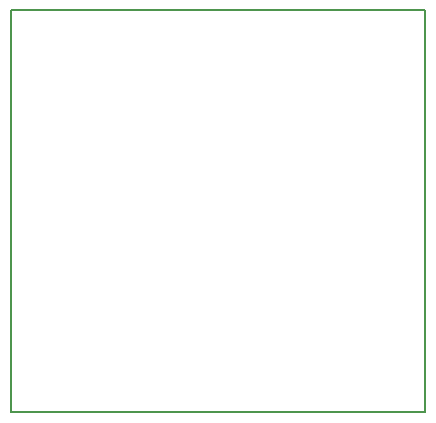
<source format=gbr>
G04 #@! TF.GenerationSoftware,KiCad,Pcbnew,(5.1.10)-1*
G04 #@! TF.CreationDate,2021-06-18T21:03:12+02:00*
G04 #@! TF.ProjectId,inyector-audio,696e7965-6374-46f7-922d-617564696f2e,2.0*
G04 #@! TF.SameCoordinates,Original*
G04 #@! TF.FileFunction,Profile,NP*
%FSLAX46Y46*%
G04 Gerber Fmt 4.6, Leading zero omitted, Abs format (unit mm)*
G04 Created by KiCad (PCBNEW (5.1.10)-1) date 2021-06-18 21:03:12*
%MOMM*%
%LPD*%
G01*
G04 APERTURE LIST*
G04 #@! TA.AperFunction,Profile*
%ADD10C,0.150000*%
G04 #@! TD*
G04 APERTURE END LIST*
D10*
X84000000Y-97000000D02*
X84000000Y-63000000D01*
X84000000Y-97000000D02*
X119000000Y-97000000D01*
X119000000Y-63000000D02*
X119000000Y-97000000D01*
X84000000Y-63000000D02*
X119000000Y-63000000D01*
M02*

</source>
